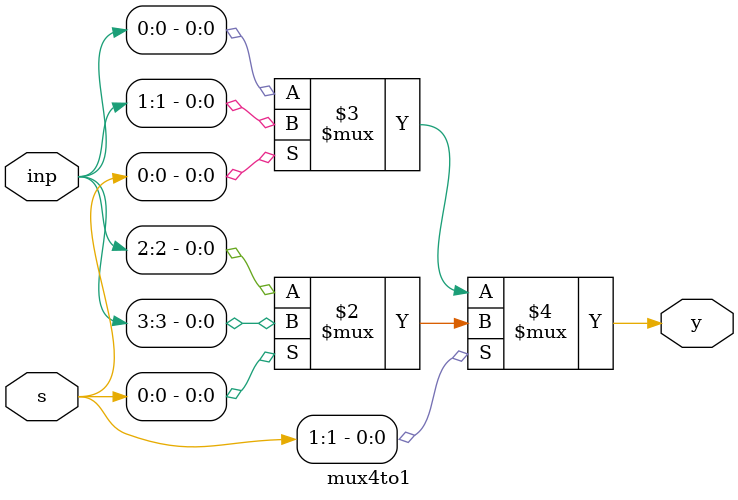
<source format=v>
module mux4to1(inp, s, y);
input [3:0]inp;
input [1:0]s;
output reg y;
always@(inp,s)
 y = s[1]?s[0]?inp[3]:inp[2]:s[0]?inp[1]:inp[0];
endmodule
</source>
